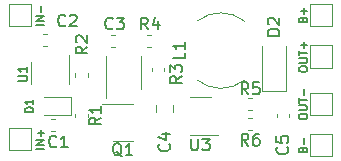
<source format=gbr>
%TF.GenerationSoftware,KiCad,Pcbnew,(5.1.6)-1*%
%TF.CreationDate,2020-12-19T22:24:40-05:00*%
%TF.ProjectId,cargadorDeBateriasLitIon,63617267-6164-46f7-9244-654261746572,rev?*%
%TF.SameCoordinates,Original*%
%TF.FileFunction,Legend,Top*%
%TF.FilePolarity,Positive*%
%FSLAX46Y46*%
G04 Gerber Fmt 4.6, Leading zero omitted, Abs format (unit mm)*
G04 Created by KiCad (PCBNEW (5.1.6)-1) date 2020-12-19 22:24:40*
%MOMM*%
%LPD*%
G01*
G04 APERTURE LIST*
%ADD10C,0.150000*%
%ADD11C,0.120000*%
G04 APERTURE END LIST*
D10*
X144566666Y-103800000D02*
X143866666Y-103800000D01*
X144566666Y-103466666D02*
X143866666Y-103466666D01*
X144566666Y-103066666D01*
X143866666Y-103066666D01*
X144300000Y-102733333D02*
X144300000Y-102200000D01*
X144566666Y-114300000D02*
X143866666Y-114300000D01*
X144566666Y-113966666D02*
X143866666Y-113966666D01*
X144566666Y-113566666D01*
X143866666Y-113566666D01*
X144300000Y-113233333D02*
X144300000Y-112700000D01*
X144566666Y-112966666D02*
X144033333Y-112966666D01*
X166116666Y-111633333D02*
X166116666Y-111500000D01*
X166150000Y-111433333D01*
X166216666Y-111366666D01*
X166350000Y-111333333D01*
X166583333Y-111333333D01*
X166716666Y-111366666D01*
X166783333Y-111433333D01*
X166816666Y-111500000D01*
X166816666Y-111633333D01*
X166783333Y-111700000D01*
X166716666Y-111766666D01*
X166583333Y-111800000D01*
X166350000Y-111800000D01*
X166216666Y-111766666D01*
X166150000Y-111700000D01*
X166116666Y-111633333D01*
X166116666Y-111033333D02*
X166683333Y-111033333D01*
X166750000Y-111000000D01*
X166783333Y-110966666D01*
X166816666Y-110900000D01*
X166816666Y-110766666D01*
X166783333Y-110700000D01*
X166750000Y-110666666D01*
X166683333Y-110633333D01*
X166116666Y-110633333D01*
X166116666Y-110400000D02*
X166116666Y-110000000D01*
X166816666Y-110200000D02*
X166116666Y-110200000D01*
X166550000Y-109766666D02*
X166550000Y-109233333D01*
X166450000Y-114383333D02*
X166483333Y-114283333D01*
X166516666Y-114250000D01*
X166583333Y-114216666D01*
X166683333Y-114216666D01*
X166750000Y-114250000D01*
X166783333Y-114283333D01*
X166816666Y-114350000D01*
X166816666Y-114616666D01*
X166116666Y-114616666D01*
X166116666Y-114383333D01*
X166150000Y-114316666D01*
X166183333Y-114283333D01*
X166250000Y-114250000D01*
X166316666Y-114250000D01*
X166383333Y-114283333D01*
X166416666Y-114316666D01*
X166450000Y-114383333D01*
X166450000Y-114616666D01*
X166550000Y-113916666D02*
X166550000Y-113383333D01*
X166116666Y-107633333D02*
X166116666Y-107500000D01*
X166150000Y-107433333D01*
X166216666Y-107366666D01*
X166350000Y-107333333D01*
X166583333Y-107333333D01*
X166716666Y-107366666D01*
X166783333Y-107433333D01*
X166816666Y-107500000D01*
X166816666Y-107633333D01*
X166783333Y-107700000D01*
X166716666Y-107766666D01*
X166583333Y-107800000D01*
X166350000Y-107800000D01*
X166216666Y-107766666D01*
X166150000Y-107700000D01*
X166116666Y-107633333D01*
X166116666Y-107033333D02*
X166683333Y-107033333D01*
X166750000Y-107000000D01*
X166783333Y-106966666D01*
X166816666Y-106900000D01*
X166816666Y-106766666D01*
X166783333Y-106700000D01*
X166750000Y-106666666D01*
X166683333Y-106633333D01*
X166116666Y-106633333D01*
X166116666Y-106400000D02*
X166116666Y-106000000D01*
X166816666Y-106200000D02*
X166116666Y-106200000D01*
X166550000Y-105766666D02*
X166550000Y-105233333D01*
X166816666Y-105500000D02*
X166283333Y-105500000D01*
X166450000Y-103383333D02*
X166483333Y-103283333D01*
X166516666Y-103250000D01*
X166583333Y-103216666D01*
X166683333Y-103216666D01*
X166750000Y-103250000D01*
X166783333Y-103283333D01*
X166816666Y-103350000D01*
X166816666Y-103616666D01*
X166116666Y-103616666D01*
X166116666Y-103383333D01*
X166150000Y-103316666D01*
X166183333Y-103283333D01*
X166250000Y-103250000D01*
X166316666Y-103250000D01*
X166383333Y-103283333D01*
X166416666Y-103316666D01*
X166450000Y-103383333D01*
X166450000Y-103616666D01*
X166550000Y-102916666D02*
X166550000Y-102383333D01*
X166816666Y-102650000D02*
X166283333Y-102650000D01*
D11*
%TO.C,C5*%
X164240000Y-111337221D02*
X164240000Y-111662779D01*
X165260000Y-111337221D02*
X165260000Y-111662779D01*
%TO.C,U2*%
X149750000Y-106500000D02*
X149750000Y-110000000D01*
X152750000Y-106500000D02*
X152750000Y-109250000D01*
%TO.C,U3*%
X158650000Y-109890000D02*
X156850000Y-109890000D01*
X156850000Y-113110000D02*
X159300000Y-113110000D01*
%TO.C,R6*%
X161837221Y-111740000D02*
X162162779Y-111740000D01*
X161837221Y-112760000D02*
X162162779Y-112760000D01*
%TO.C,R5*%
X162162779Y-111010000D02*
X161837221Y-111010000D01*
X162162779Y-109990000D02*
X161837221Y-109990000D01*
%TO.C,L1*%
X157535966Y-103471647D02*
G75*
G02*
X161500000Y-103500000I1964034J-2528353D01*
G01*
X161499144Y-108500685D02*
G75*
G02*
X157500000Y-108500000I-1999144J2500685D01*
G01*
%TO.C,D2*%
X163000000Y-109450000D02*
X165000000Y-109450000D01*
X165000000Y-109450000D02*
X165000000Y-105600000D01*
X163000000Y-109450000D02*
X163000000Y-105600000D01*
%TO.C,C4*%
X154015000Y-111158578D02*
X154015000Y-110641422D01*
X155435000Y-111158578D02*
X155435000Y-110641422D01*
%TO.C,J5*%
X167050000Y-114950000D02*
X167050000Y-113050000D01*
X168950000Y-114950000D02*
X167050000Y-114950000D01*
X168950000Y-113050000D02*
X168950000Y-114950000D01*
X167050000Y-113050000D02*
X168950000Y-113050000D01*
%TO.C,Q1*%
X152070000Y-113690000D02*
X150370000Y-113690000D01*
X152070000Y-110490000D02*
X149470000Y-110490000D01*
%TO.C,J6*%
X167050000Y-111450000D02*
X167050000Y-109550000D01*
X168950000Y-111450000D02*
X167050000Y-111450000D01*
X168950000Y-109550000D02*
X168950000Y-111450000D01*
X167050000Y-109550000D02*
X168950000Y-109550000D01*
%TO.C,J4*%
X167050000Y-103950000D02*
X167050000Y-102050000D01*
X168950000Y-103950000D02*
X167050000Y-103950000D01*
X168950000Y-102050000D02*
X168950000Y-103950000D01*
X167050000Y-102050000D02*
X168950000Y-102050000D01*
%TO.C,J3*%
X167050000Y-107450000D02*
X167050000Y-105550000D01*
X168950000Y-107450000D02*
X167050000Y-107450000D01*
X168950000Y-105550000D02*
X168950000Y-107450000D01*
X167050000Y-105550000D02*
X168950000Y-105550000D01*
%TO.C,J2*%
X141550000Y-103950000D02*
X141550000Y-102050000D01*
X143450000Y-103950000D02*
X141550000Y-103950000D01*
X143450000Y-102050000D02*
X143450000Y-103950000D01*
X141550000Y-102050000D02*
X143450000Y-102050000D01*
%TO.C,J1*%
X141550000Y-114450000D02*
X141550000Y-112550000D01*
X143450000Y-114450000D02*
X141550000Y-114450000D01*
X143450000Y-112550000D02*
X143450000Y-114450000D01*
X141550000Y-112550000D02*
X143450000Y-112550000D01*
%TO.C,U1*%
X143390000Y-107000000D02*
X143390000Y-108800000D01*
X146610000Y-108800000D02*
X146610000Y-106350000D01*
%TO.C,R4*%
X153287221Y-104670000D02*
X153612779Y-104670000D01*
X153287221Y-105690000D02*
X153612779Y-105690000D01*
%TO.C,R3*%
X154710000Y-107437221D02*
X154710000Y-107762779D01*
X153690000Y-107437221D02*
X153690000Y-107762779D01*
%TO.C,R2*%
X148210000Y-107937221D02*
X148210000Y-108262779D01*
X147190000Y-107937221D02*
X147190000Y-108262779D01*
%TO.C,R1*%
X148210000Y-111337221D02*
X148210000Y-111662779D01*
X147190000Y-111337221D02*
X147190000Y-111662779D01*
%TO.C,D1*%
X144500000Y-111435000D02*
X146785000Y-111435000D01*
X146785000Y-111435000D02*
X146785000Y-109965000D01*
X146785000Y-109965000D02*
X144500000Y-109965000D01*
%TO.C,C3*%
X150522779Y-105690000D02*
X150197221Y-105690000D01*
X150522779Y-104670000D02*
X150197221Y-104670000D01*
%TO.C,C2*%
X144437221Y-104590000D02*
X144762779Y-104590000D01*
X144437221Y-105610000D02*
X144762779Y-105610000D01*
%TO.C,C1*%
X145137221Y-111790000D02*
X145462779Y-111790000D01*
X145137221Y-112810000D02*
X145462779Y-112810000D01*
%TO.C,C5*%
D10*
X165107142Y-114166666D02*
X165154761Y-114214285D01*
X165202380Y-114357142D01*
X165202380Y-114452380D01*
X165154761Y-114595238D01*
X165059523Y-114690476D01*
X164964285Y-114738095D01*
X164773809Y-114785714D01*
X164630952Y-114785714D01*
X164440476Y-114738095D01*
X164345238Y-114690476D01*
X164250000Y-114595238D01*
X164202380Y-114452380D01*
X164202380Y-114357142D01*
X164250000Y-114214285D01*
X164297619Y-114166666D01*
X164202380Y-113261904D02*
X164202380Y-113738095D01*
X164678571Y-113785714D01*
X164630952Y-113738095D01*
X164583333Y-113642857D01*
X164583333Y-113404761D01*
X164630952Y-113309523D01*
X164678571Y-113261904D01*
X164773809Y-113214285D01*
X165011904Y-113214285D01*
X165107142Y-113261904D01*
X165154761Y-113309523D01*
X165202380Y-113404761D01*
X165202380Y-113642857D01*
X165154761Y-113738095D01*
X165107142Y-113785714D01*
%TO.C,U3*%
X156988095Y-113452380D02*
X156988095Y-114261904D01*
X157035714Y-114357142D01*
X157083333Y-114404761D01*
X157178571Y-114452380D01*
X157369047Y-114452380D01*
X157464285Y-114404761D01*
X157511904Y-114357142D01*
X157559523Y-114261904D01*
X157559523Y-113452380D01*
X157940476Y-113452380D02*
X158559523Y-113452380D01*
X158226190Y-113833333D01*
X158369047Y-113833333D01*
X158464285Y-113880952D01*
X158511904Y-113928571D01*
X158559523Y-114023809D01*
X158559523Y-114261904D01*
X158511904Y-114357142D01*
X158464285Y-114404761D01*
X158369047Y-114452380D01*
X158083333Y-114452380D01*
X157988095Y-114404761D01*
X157940476Y-114357142D01*
%TO.C,R6*%
X161833333Y-114052380D02*
X161500000Y-113576190D01*
X161261904Y-114052380D02*
X161261904Y-113052380D01*
X161642857Y-113052380D01*
X161738095Y-113100000D01*
X161785714Y-113147619D01*
X161833333Y-113242857D01*
X161833333Y-113385714D01*
X161785714Y-113480952D01*
X161738095Y-113528571D01*
X161642857Y-113576190D01*
X161261904Y-113576190D01*
X162690476Y-113052380D02*
X162500000Y-113052380D01*
X162404761Y-113100000D01*
X162357142Y-113147619D01*
X162261904Y-113290476D01*
X162214285Y-113480952D01*
X162214285Y-113861904D01*
X162261904Y-113957142D01*
X162309523Y-114004761D01*
X162404761Y-114052380D01*
X162595238Y-114052380D01*
X162690476Y-114004761D01*
X162738095Y-113957142D01*
X162785714Y-113861904D01*
X162785714Y-113623809D01*
X162738095Y-113528571D01*
X162690476Y-113480952D01*
X162595238Y-113433333D01*
X162404761Y-113433333D01*
X162309523Y-113480952D01*
X162261904Y-113528571D01*
X162214285Y-113623809D01*
%TO.C,R5*%
X161833333Y-109702380D02*
X161500000Y-109226190D01*
X161261904Y-109702380D02*
X161261904Y-108702380D01*
X161642857Y-108702380D01*
X161738095Y-108750000D01*
X161785714Y-108797619D01*
X161833333Y-108892857D01*
X161833333Y-109035714D01*
X161785714Y-109130952D01*
X161738095Y-109178571D01*
X161642857Y-109226190D01*
X161261904Y-109226190D01*
X162738095Y-108702380D02*
X162261904Y-108702380D01*
X162214285Y-109178571D01*
X162261904Y-109130952D01*
X162357142Y-109083333D01*
X162595238Y-109083333D01*
X162690476Y-109130952D01*
X162738095Y-109178571D01*
X162785714Y-109273809D01*
X162785714Y-109511904D01*
X162738095Y-109607142D01*
X162690476Y-109654761D01*
X162595238Y-109702380D01*
X162357142Y-109702380D01*
X162261904Y-109654761D01*
X162214285Y-109607142D01*
%TO.C,L1*%
X156452380Y-106166666D02*
X156452380Y-106642857D01*
X155452380Y-106642857D01*
X156452380Y-105309523D02*
X156452380Y-105880952D01*
X156452380Y-105595238D02*
X155452380Y-105595238D01*
X155595238Y-105690476D01*
X155690476Y-105785714D01*
X155738095Y-105880952D01*
%TO.C,D2*%
X164452380Y-104738095D02*
X163452380Y-104738095D01*
X163452380Y-104500000D01*
X163500000Y-104357142D01*
X163595238Y-104261904D01*
X163690476Y-104214285D01*
X163880952Y-104166666D01*
X164023809Y-104166666D01*
X164214285Y-104214285D01*
X164309523Y-104261904D01*
X164404761Y-104357142D01*
X164452380Y-104500000D01*
X164452380Y-104738095D01*
X163547619Y-103785714D02*
X163500000Y-103738095D01*
X163452380Y-103642857D01*
X163452380Y-103404761D01*
X163500000Y-103309523D01*
X163547619Y-103261904D01*
X163642857Y-103214285D01*
X163738095Y-103214285D01*
X163880952Y-103261904D01*
X164452380Y-103833333D01*
X164452380Y-103214285D01*
%TO.C,C4*%
X155107142Y-113916666D02*
X155154761Y-113964285D01*
X155202380Y-114107142D01*
X155202380Y-114202380D01*
X155154761Y-114345238D01*
X155059523Y-114440476D01*
X154964285Y-114488095D01*
X154773809Y-114535714D01*
X154630952Y-114535714D01*
X154440476Y-114488095D01*
X154345238Y-114440476D01*
X154250000Y-114345238D01*
X154202380Y-114202380D01*
X154202380Y-114107142D01*
X154250000Y-113964285D01*
X154297619Y-113916666D01*
X154535714Y-113059523D02*
X155202380Y-113059523D01*
X154154761Y-113297619D02*
X154869047Y-113535714D01*
X154869047Y-112916666D01*
%TO.C,Q1*%
X151104761Y-114947619D02*
X151009523Y-114900000D01*
X150914285Y-114804761D01*
X150771428Y-114661904D01*
X150676190Y-114614285D01*
X150580952Y-114614285D01*
X150628571Y-114852380D02*
X150533333Y-114804761D01*
X150438095Y-114709523D01*
X150390476Y-114519047D01*
X150390476Y-114185714D01*
X150438095Y-113995238D01*
X150533333Y-113900000D01*
X150628571Y-113852380D01*
X150819047Y-113852380D01*
X150914285Y-113900000D01*
X151009523Y-113995238D01*
X151057142Y-114185714D01*
X151057142Y-114519047D01*
X151009523Y-114709523D01*
X150914285Y-114804761D01*
X150819047Y-114852380D01*
X150628571Y-114852380D01*
X152009523Y-114852380D02*
X151438095Y-114852380D01*
X151723809Y-114852380D02*
X151723809Y-113852380D01*
X151628571Y-113995238D01*
X151533333Y-114090476D01*
X151438095Y-114138095D01*
%TO.C,U1*%
X142311904Y-108609523D02*
X142959523Y-108609523D01*
X143035714Y-108571428D01*
X143073809Y-108533333D01*
X143111904Y-108457142D01*
X143111904Y-108304761D01*
X143073809Y-108228571D01*
X143035714Y-108190476D01*
X142959523Y-108152380D01*
X142311904Y-108152380D01*
X143111904Y-107352380D02*
X143111904Y-107809523D01*
X143111904Y-107580952D02*
X142311904Y-107580952D01*
X142426190Y-107657142D01*
X142502380Y-107733333D01*
X142540476Y-107809523D01*
%TO.C,R4*%
X153333333Y-104202380D02*
X153000000Y-103726190D01*
X152761904Y-104202380D02*
X152761904Y-103202380D01*
X153142857Y-103202380D01*
X153238095Y-103250000D01*
X153285714Y-103297619D01*
X153333333Y-103392857D01*
X153333333Y-103535714D01*
X153285714Y-103630952D01*
X153238095Y-103678571D01*
X153142857Y-103726190D01*
X152761904Y-103726190D01*
X154190476Y-103535714D02*
X154190476Y-104202380D01*
X153952380Y-103154761D02*
X153714285Y-103869047D01*
X154333333Y-103869047D01*
%TO.C,R3*%
X156202380Y-108166666D02*
X155726190Y-108500000D01*
X156202380Y-108738095D02*
X155202380Y-108738095D01*
X155202380Y-108357142D01*
X155250000Y-108261904D01*
X155297619Y-108214285D01*
X155392857Y-108166666D01*
X155535714Y-108166666D01*
X155630952Y-108214285D01*
X155678571Y-108261904D01*
X155726190Y-108357142D01*
X155726190Y-108738095D01*
X155202380Y-107833333D02*
X155202380Y-107214285D01*
X155583333Y-107547619D01*
X155583333Y-107404761D01*
X155630952Y-107309523D01*
X155678571Y-107261904D01*
X155773809Y-107214285D01*
X156011904Y-107214285D01*
X156107142Y-107261904D01*
X156154761Y-107309523D01*
X156202380Y-107404761D01*
X156202380Y-107690476D01*
X156154761Y-107785714D01*
X156107142Y-107833333D01*
%TO.C,R2*%
X148202380Y-105666666D02*
X147726190Y-106000000D01*
X148202380Y-106238095D02*
X147202380Y-106238095D01*
X147202380Y-105857142D01*
X147250000Y-105761904D01*
X147297619Y-105714285D01*
X147392857Y-105666666D01*
X147535714Y-105666666D01*
X147630952Y-105714285D01*
X147678571Y-105761904D01*
X147726190Y-105857142D01*
X147726190Y-106238095D01*
X147297619Y-105285714D02*
X147250000Y-105238095D01*
X147202380Y-105142857D01*
X147202380Y-104904761D01*
X147250000Y-104809523D01*
X147297619Y-104761904D01*
X147392857Y-104714285D01*
X147488095Y-104714285D01*
X147630952Y-104761904D01*
X148202380Y-105333333D01*
X148202380Y-104714285D01*
%TO.C,R1*%
X149352380Y-111666666D02*
X148876190Y-112000000D01*
X149352380Y-112238095D02*
X148352380Y-112238095D01*
X148352380Y-111857142D01*
X148400000Y-111761904D01*
X148447619Y-111714285D01*
X148542857Y-111666666D01*
X148685714Y-111666666D01*
X148780952Y-111714285D01*
X148828571Y-111761904D01*
X148876190Y-111857142D01*
X148876190Y-112238095D01*
X149352380Y-110714285D02*
X149352380Y-111285714D01*
X149352380Y-111000000D02*
X148352380Y-111000000D01*
X148495238Y-111095238D01*
X148590476Y-111190476D01*
X148638095Y-111285714D01*
%TO.C,D1*%
X143616666Y-111216666D02*
X142916666Y-111216666D01*
X142916666Y-111050000D01*
X142950000Y-110950000D01*
X143016666Y-110883333D01*
X143083333Y-110850000D01*
X143216666Y-110816666D01*
X143316666Y-110816666D01*
X143450000Y-110850000D01*
X143516666Y-110883333D01*
X143583333Y-110950000D01*
X143616666Y-111050000D01*
X143616666Y-111216666D01*
X143616666Y-110150000D02*
X143616666Y-110550000D01*
X143616666Y-110350000D02*
X142916666Y-110350000D01*
X143016666Y-110416666D01*
X143083333Y-110483333D01*
X143116666Y-110550000D01*
%TO.C,C3*%
X150333333Y-104107142D02*
X150285714Y-104154761D01*
X150142857Y-104202380D01*
X150047619Y-104202380D01*
X149904761Y-104154761D01*
X149809523Y-104059523D01*
X149761904Y-103964285D01*
X149714285Y-103773809D01*
X149714285Y-103630952D01*
X149761904Y-103440476D01*
X149809523Y-103345238D01*
X149904761Y-103250000D01*
X150047619Y-103202380D01*
X150142857Y-103202380D01*
X150285714Y-103250000D01*
X150333333Y-103297619D01*
X150666666Y-103202380D02*
X151285714Y-103202380D01*
X150952380Y-103583333D01*
X151095238Y-103583333D01*
X151190476Y-103630952D01*
X151238095Y-103678571D01*
X151285714Y-103773809D01*
X151285714Y-104011904D01*
X151238095Y-104107142D01*
X151190476Y-104154761D01*
X151095238Y-104202380D01*
X150809523Y-104202380D01*
X150714285Y-104154761D01*
X150666666Y-104107142D01*
%TO.C,C2*%
X146333333Y-103857142D02*
X146285714Y-103904761D01*
X146142857Y-103952380D01*
X146047619Y-103952380D01*
X145904761Y-103904761D01*
X145809523Y-103809523D01*
X145761904Y-103714285D01*
X145714285Y-103523809D01*
X145714285Y-103380952D01*
X145761904Y-103190476D01*
X145809523Y-103095238D01*
X145904761Y-103000000D01*
X146047619Y-102952380D01*
X146142857Y-102952380D01*
X146285714Y-103000000D01*
X146333333Y-103047619D01*
X146714285Y-103047619D02*
X146761904Y-103000000D01*
X146857142Y-102952380D01*
X147095238Y-102952380D01*
X147190476Y-103000000D01*
X147238095Y-103047619D01*
X147285714Y-103142857D01*
X147285714Y-103238095D01*
X147238095Y-103380952D01*
X146666666Y-103952380D01*
X147285714Y-103952380D01*
%TO.C,C1*%
X145583333Y-114107142D02*
X145535714Y-114154761D01*
X145392857Y-114202380D01*
X145297619Y-114202380D01*
X145154761Y-114154761D01*
X145059523Y-114059523D01*
X145011904Y-113964285D01*
X144964285Y-113773809D01*
X144964285Y-113630952D01*
X145011904Y-113440476D01*
X145059523Y-113345238D01*
X145154761Y-113250000D01*
X145297619Y-113202380D01*
X145392857Y-113202380D01*
X145535714Y-113250000D01*
X145583333Y-113297619D01*
X146535714Y-114202380D02*
X145964285Y-114202380D01*
X146250000Y-114202380D02*
X146250000Y-113202380D01*
X146154761Y-113345238D01*
X146059523Y-113440476D01*
X145964285Y-113488095D01*
%TD*%
M02*

</source>
